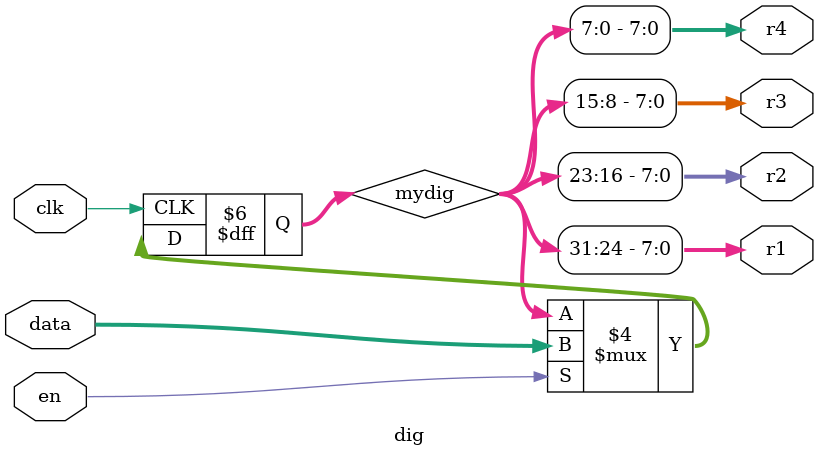
<source format=v>
module dig (
    input clk,
    input [32:0] data,
    input en,
    output  [7:0] r1,
    output  [7:0] r2,
    output  [7:0] r3,
    output  [7:0] r4
);
    reg [32:0] mydig =0;
    always @(posedge clk) begin
        if(en) mydig <= data;
        else mydig <= mydig;
    end
    assign r4 = mydig[7:0];
    assign r3 = mydig[15:8];
    assign r2 = mydig[23:16];
    assign r1 = mydig[31:24];
endmodule
</source>
